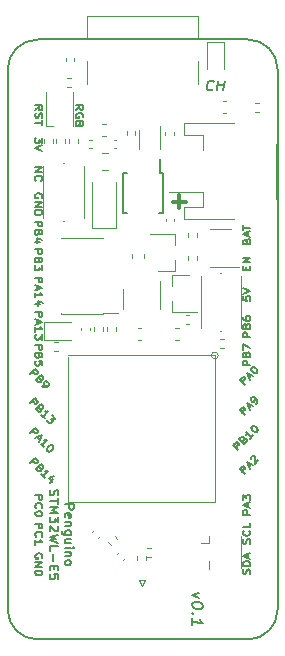
<source format=gto>
G04 #@! TF.GenerationSoftware,KiCad,Pcbnew,(5.1.8)-1*
G04 #@! TF.CreationDate,2020-12-02T12:09:07+01:00*
G04 #@! TF.ProjectId,Penguino-STM32WL-LoRa-E5,50656e67-7569-46e6-9f2d-53544d333257,0.1*
G04 #@! TF.SameCoordinates,PX8198450PY59a5380*
G04 #@! TF.FileFunction,Legend,Top*
G04 #@! TF.FilePolarity,Positive*
%FSLAX46Y46*%
G04 Gerber Fmt 4.6, Leading zero omitted, Abs format (unit mm)*
G04 Created by KiCad (PCBNEW (5.1.8)-1) date 2020-12-02 12:09:07*
%MOMM*%
%LPD*%
G01*
G04 APERTURE LIST*
%ADD10C,0.180000*%
%ADD11C,0.150000*%
%ADD12C,0.200000*%
%ADD13C,0.300000*%
G04 #@! TA.AperFunction,Profile*
%ADD14C,0.150000*%
G04 #@! TD*
%ADD15C,0.120000*%
G04 APERTURE END LIST*
D10*
X-6576786Y-13947619D02*
X-5826786Y-13947619D01*
X-5826786Y-14252380D01*
X-5862500Y-14328571D01*
X-5898215Y-14366666D01*
X-5969643Y-14404761D01*
X-6076786Y-14404761D01*
X-6148215Y-14366666D01*
X-6183929Y-14328571D01*
X-6219643Y-14252380D01*
X-6219643Y-13947619D01*
X-6541072Y-15052380D02*
X-6576786Y-14976190D01*
X-6576786Y-14823809D01*
X-6541072Y-14747619D01*
X-6469643Y-14709523D01*
X-6183929Y-14709523D01*
X-6112500Y-14747619D01*
X-6076786Y-14823809D01*
X-6076786Y-14976190D01*
X-6112500Y-15052380D01*
X-6183929Y-15090476D01*
X-6255358Y-15090476D01*
X-6326786Y-14709523D01*
X-6076786Y-15433333D02*
X-6576786Y-15433333D01*
X-6148215Y-15433333D02*
X-6112500Y-15471428D01*
X-6076786Y-15547619D01*
X-6076786Y-15661904D01*
X-6112500Y-15738095D01*
X-6183929Y-15776190D01*
X-6576786Y-15776190D01*
X-6076786Y-16500000D02*
X-6683929Y-16500000D01*
X-6755358Y-16461904D01*
X-6791072Y-16423809D01*
X-6826786Y-16347619D01*
X-6826786Y-16233333D01*
X-6791072Y-16157142D01*
X-6541072Y-16500000D02*
X-6576786Y-16423809D01*
X-6576786Y-16271428D01*
X-6541072Y-16195238D01*
X-6505358Y-16157142D01*
X-6433929Y-16119047D01*
X-6219643Y-16119047D01*
X-6148215Y-16157142D01*
X-6112500Y-16195238D01*
X-6076786Y-16271428D01*
X-6076786Y-16423809D01*
X-6112500Y-16500000D01*
X-6076786Y-17223809D02*
X-6576786Y-17223809D01*
X-6076786Y-16880952D02*
X-6469643Y-16880952D01*
X-6541072Y-16919047D01*
X-6576786Y-16995238D01*
X-6576786Y-17109523D01*
X-6541072Y-17185714D01*
X-6505358Y-17223809D01*
X-6576786Y-17604761D02*
X-6076786Y-17604761D01*
X-5826786Y-17604761D02*
X-5862500Y-17566666D01*
X-5898215Y-17604761D01*
X-5862500Y-17642857D01*
X-5826786Y-17604761D01*
X-5898215Y-17604761D01*
X-6076786Y-17985714D02*
X-6576786Y-17985714D01*
X-6148215Y-17985714D02*
X-6112500Y-18023809D01*
X-6076786Y-18100000D01*
X-6076786Y-18214285D01*
X-6112500Y-18290476D01*
X-6183929Y-18328571D01*
X-6576786Y-18328571D01*
X-6576786Y-18823809D02*
X-6541072Y-18747619D01*
X-6505358Y-18709523D01*
X-6433929Y-18671428D01*
X-6219643Y-18671428D01*
X-6148215Y-18709523D01*
X-6112500Y-18747619D01*
X-6076786Y-18823809D01*
X-6076786Y-18938095D01*
X-6112500Y-19014285D01*
X-6148215Y-19052380D01*
X-6219643Y-19090476D01*
X-6433929Y-19090476D01*
X-6505358Y-19052380D01*
X-6541072Y-19014285D01*
X-6576786Y-18938095D01*
X-6576786Y-18823809D01*
X-7846072Y-12728571D02*
X-7881786Y-12842857D01*
X-7881786Y-13033333D01*
X-7846072Y-13109523D01*
X-7810358Y-13147619D01*
X-7738929Y-13185714D01*
X-7667500Y-13185714D01*
X-7596072Y-13147619D01*
X-7560358Y-13109523D01*
X-7524643Y-13033333D01*
X-7488929Y-12880952D01*
X-7453215Y-12804761D01*
X-7417500Y-12766666D01*
X-7346072Y-12728571D01*
X-7274643Y-12728571D01*
X-7203215Y-12766666D01*
X-7167500Y-12804761D01*
X-7131786Y-12880952D01*
X-7131786Y-13071428D01*
X-7167500Y-13185714D01*
X-7131786Y-13414285D02*
X-7131786Y-13871428D01*
X-7881786Y-13642857D02*
X-7131786Y-13642857D01*
X-7881786Y-14138095D02*
X-7131786Y-14138095D01*
X-7667500Y-14404761D01*
X-7131786Y-14671428D01*
X-7881786Y-14671428D01*
X-7131786Y-14976190D02*
X-7131786Y-15471428D01*
X-7417500Y-15204761D01*
X-7417500Y-15319047D01*
X-7453215Y-15395238D01*
X-7488929Y-15433333D01*
X-7560358Y-15471428D01*
X-7738929Y-15471428D01*
X-7810358Y-15433333D01*
X-7846072Y-15395238D01*
X-7881786Y-15319047D01*
X-7881786Y-15090476D01*
X-7846072Y-15014285D01*
X-7810358Y-14976190D01*
X-7203215Y-15776190D02*
X-7167500Y-15814285D01*
X-7131786Y-15890476D01*
X-7131786Y-16080952D01*
X-7167500Y-16157142D01*
X-7203215Y-16195238D01*
X-7274643Y-16233333D01*
X-7346072Y-16233333D01*
X-7453215Y-16195238D01*
X-7881786Y-15738095D01*
X-7881786Y-16233333D01*
X-7131786Y-16500000D02*
X-7881786Y-16690476D01*
X-7346072Y-16842857D01*
X-7881786Y-16995238D01*
X-7131786Y-17185714D01*
X-7881786Y-17871428D02*
X-7881786Y-17490476D01*
X-7131786Y-17490476D01*
X-7596072Y-18138095D02*
X-7596072Y-18747619D01*
X-7488929Y-19128571D02*
X-7488929Y-19395238D01*
X-7881786Y-19509523D02*
X-7881786Y-19128571D01*
X-7131786Y-19128571D01*
X-7131786Y-19509523D01*
X-7131786Y-20233333D02*
X-7131786Y-19852380D01*
X-7488929Y-19814285D01*
X-7453215Y-19852380D01*
X-7417500Y-19928571D01*
X-7417500Y-20119047D01*
X-7453215Y-20195238D01*
X-7488929Y-20233333D01*
X-7560358Y-20271428D01*
X-7738929Y-20271428D01*
X-7810358Y-20233333D01*
X-7846072Y-20195238D01*
X-7881786Y-20119047D01*
X-7881786Y-19928571D01*
X-7846072Y-19852380D01*
X-7810358Y-19814285D01*
D11*
X-5661429Y19483334D02*
X-5375715Y19716667D01*
X-5661429Y19883334D02*
X-5061429Y19883334D01*
X-5061429Y19616667D01*
X-5090000Y19550000D01*
X-5118572Y19516667D01*
X-5175715Y19483334D01*
X-5261429Y19483334D01*
X-5318572Y19516667D01*
X-5347143Y19550000D01*
X-5375715Y19616667D01*
X-5375715Y19883334D01*
X-5090000Y18816667D02*
X-5061429Y18883334D01*
X-5061429Y18983334D01*
X-5090000Y19083334D01*
X-5147143Y19150000D01*
X-5204286Y19183334D01*
X-5318572Y19216667D01*
X-5404286Y19216667D01*
X-5518572Y19183334D01*
X-5575715Y19150000D01*
X-5632858Y19083334D01*
X-5661429Y18983334D01*
X-5661429Y18916667D01*
X-5632858Y18816667D01*
X-5604286Y18783334D01*
X-5404286Y18783334D01*
X-5404286Y18916667D01*
X-5347143Y18250000D02*
X-5375715Y18150000D01*
X-5404286Y18116667D01*
X-5461429Y18083334D01*
X-5547143Y18083334D01*
X-5604286Y18116667D01*
X-5632858Y18150000D01*
X-5661429Y18216667D01*
X-5661429Y18483334D01*
X-5061429Y18483334D01*
X-5061429Y18250000D01*
X-5090000Y18183334D01*
X-5118572Y18150000D01*
X-5175715Y18116667D01*
X-5232858Y18116667D01*
X-5290000Y18150000D01*
X-5318572Y18183334D01*
X-5347143Y18250000D01*
X-5347143Y18483334D01*
D12*
X5940178Y21214286D02*
X5892559Y21176191D01*
X5759226Y21138096D01*
X5673511Y21138096D01*
X5549702Y21176191D01*
X5473511Y21252381D01*
X5440178Y21328572D01*
X5416369Y21480953D01*
X5430654Y21595239D01*
X5492559Y21747620D01*
X5544940Y21823810D01*
X5640178Y21900000D01*
X5773511Y21938096D01*
X5859226Y21938096D01*
X5983035Y21900000D01*
X6021130Y21861905D01*
X6316369Y21138096D02*
X6416369Y21938096D01*
X6368750Y21557143D02*
X6883035Y21557143D01*
X6830654Y21138096D02*
X6930654Y21938096D01*
D13*
X2538571Y11692858D02*
X3681428Y11692858D01*
X3110000Y11121429D02*
X3110000Y12264286D01*
D11*
X9052857Y-19825000D02*
X9081428Y-19725000D01*
X9081428Y-19558333D01*
X9052857Y-19491666D01*
X9024285Y-19458333D01*
X8967142Y-19425000D01*
X8910000Y-19425000D01*
X8852857Y-19458333D01*
X8824285Y-19491666D01*
X8795714Y-19558333D01*
X8767142Y-19691666D01*
X8738571Y-19758333D01*
X8710000Y-19791666D01*
X8652857Y-19825000D01*
X8595714Y-19825000D01*
X8538571Y-19791666D01*
X8510000Y-19758333D01*
X8481428Y-19691666D01*
X8481428Y-19525000D01*
X8510000Y-19425000D01*
X9081428Y-19125000D02*
X8481428Y-19125000D01*
X8481428Y-18958333D01*
X8510000Y-18858333D01*
X8567142Y-18791666D01*
X8624285Y-18758333D01*
X8738571Y-18725000D01*
X8824285Y-18725000D01*
X8938571Y-18758333D01*
X8995714Y-18791666D01*
X9052857Y-18858333D01*
X9081428Y-18958333D01*
X9081428Y-19125000D01*
X8910000Y-18458333D02*
X8910000Y-18125000D01*
X9081428Y-18525000D02*
X8481428Y-18291666D01*
X9081428Y-18058333D01*
X9052857Y-17258333D02*
X9081428Y-17158333D01*
X9081428Y-16991666D01*
X9052857Y-16925000D01*
X9024285Y-16891666D01*
X8967142Y-16858333D01*
X8910000Y-16858333D01*
X8852857Y-16891666D01*
X8824285Y-16925000D01*
X8795714Y-16991666D01*
X8767142Y-17125000D01*
X8738571Y-17191666D01*
X8710000Y-17225000D01*
X8652857Y-17258333D01*
X8595714Y-17258333D01*
X8538571Y-17225000D01*
X8510000Y-17191666D01*
X8481428Y-17125000D01*
X8481428Y-16958333D01*
X8510000Y-16858333D01*
X9024285Y-16158333D02*
X9052857Y-16191666D01*
X9081428Y-16291666D01*
X9081428Y-16358333D01*
X9052857Y-16458333D01*
X8995714Y-16525000D01*
X8938571Y-16558333D01*
X8824285Y-16591666D01*
X8738571Y-16591666D01*
X8624285Y-16558333D01*
X8567142Y-16525000D01*
X8510000Y-16458333D01*
X8481428Y-16358333D01*
X8481428Y-16291666D01*
X8510000Y-16191666D01*
X8538571Y-16158333D01*
X9081428Y-15525000D02*
X9081428Y-15858333D01*
X8481428Y-15858333D01*
X9106428Y-14816666D02*
X8506428Y-14816666D01*
X8506428Y-14550000D01*
X8535000Y-14483333D01*
X8563571Y-14450000D01*
X8620714Y-14416666D01*
X8706428Y-14416666D01*
X8763571Y-14450000D01*
X8792142Y-14483333D01*
X8820714Y-14550000D01*
X8820714Y-14816666D01*
X8935000Y-14150000D02*
X8935000Y-13816666D01*
X9106428Y-14216666D02*
X8506428Y-13983333D01*
X9106428Y-13750000D01*
X8506428Y-13583333D02*
X8506428Y-13150000D01*
X8735000Y-13383333D01*
X8735000Y-13283333D01*
X8763571Y-13216666D01*
X8792142Y-13183333D01*
X8849285Y-13150000D01*
X8992142Y-13150000D01*
X9049285Y-13183333D01*
X9077857Y-13216666D01*
X9106428Y-13283333D01*
X9106428Y-13483333D01*
X9077857Y-13550000D01*
X9049285Y-13583333D01*
X8624458Y-11369399D02*
X8200194Y-10945135D01*
X8388756Y-10756573D01*
X8456099Y-10729636D01*
X8499872Y-10726269D01*
X8563849Y-10743104D01*
X8624458Y-10803714D01*
X8641294Y-10867690D01*
X8637927Y-10911463D01*
X8610989Y-10978807D01*
X8422427Y-11167369D01*
X8974644Y-10776776D02*
X9210346Y-10541074D01*
X9048722Y-10945135D02*
X8789450Y-10355879D01*
X9378705Y-10615152D01*
X9136269Y-10089872D02*
X9139636Y-10046099D01*
X9166573Y-9978756D01*
X9284424Y-9860905D01*
X9351768Y-9833967D01*
X9395541Y-9830600D01*
X9459517Y-9847436D01*
X9499923Y-9887842D01*
X9536962Y-9972021D01*
X9496556Y-10497301D01*
X9802969Y-10190888D01*
X8103400Y-9340457D02*
X7679136Y-8916193D01*
X7867698Y-8727631D01*
X7935042Y-8700693D01*
X7978815Y-8697326D01*
X8042791Y-8714162D01*
X8103400Y-8774771D01*
X8120236Y-8838748D01*
X8116869Y-8882521D01*
X8089932Y-8949864D01*
X7901370Y-9138426D01*
X8541133Y-8458257D02*
X8632047Y-8407749D01*
X8675820Y-8404382D01*
X8739796Y-8421218D01*
X8800406Y-8481827D01*
X8817241Y-8545803D01*
X8813874Y-8589577D01*
X8786937Y-8656920D01*
X8598375Y-8845482D01*
X8174111Y-8421218D01*
X8339103Y-8256226D01*
X8406446Y-8229289D01*
X8450219Y-8225922D01*
X8514196Y-8242758D01*
X8554602Y-8283164D01*
X8571438Y-8347140D01*
X8568071Y-8390913D01*
X8541133Y-8458257D01*
X8376142Y-8623248D01*
X9352622Y-8091235D02*
X9069780Y-8374077D01*
X9211201Y-8232656D02*
X8786937Y-7808392D01*
X8800406Y-7916142D01*
X8793671Y-8003688D01*
X8766734Y-8071032D01*
X9234771Y-7360558D02*
X9281912Y-7313417D01*
X9349255Y-7286480D01*
X9393028Y-7283113D01*
X9457005Y-7299948D01*
X9561387Y-7357190D01*
X9662402Y-7458206D01*
X9719644Y-7562588D01*
X9736480Y-7626564D01*
X9733113Y-7670338D01*
X9706176Y-7737681D01*
X9659035Y-7784822D01*
X9591692Y-7811759D01*
X9547918Y-7815126D01*
X9483942Y-7798290D01*
X9379560Y-7741048D01*
X9278544Y-7640033D01*
X9221302Y-7535651D01*
X9204467Y-7471674D01*
X9207834Y-7427901D01*
X9234771Y-7360558D01*
X8624458Y-6369399D02*
X8200194Y-5945135D01*
X8388756Y-5756573D01*
X8456099Y-5729636D01*
X8499872Y-5726269D01*
X8563849Y-5743104D01*
X8624458Y-5803714D01*
X8641294Y-5867690D01*
X8637927Y-5911463D01*
X8610989Y-5978807D01*
X8422427Y-6167369D01*
X8974644Y-5776776D02*
X9210346Y-5541074D01*
X9048722Y-5945135D02*
X8789450Y-5355879D01*
X9378705Y-5615152D01*
X9567267Y-5426590D02*
X9661548Y-5332309D01*
X9688485Y-5264966D01*
X9691852Y-5221192D01*
X9678384Y-5113443D01*
X9621142Y-5009060D01*
X9459517Y-4847436D01*
X9395541Y-4830600D01*
X9351768Y-4833967D01*
X9284424Y-4860905D01*
X9190143Y-4955185D01*
X9163206Y-5022529D01*
X9159839Y-5066302D01*
X9176675Y-5130279D01*
X9277690Y-5231294D01*
X9341666Y-5248130D01*
X9385440Y-5244763D01*
X9452783Y-5217825D01*
X9547064Y-5123544D01*
X9574001Y-5056201D01*
X9577369Y-5012427D01*
X9560533Y-4948451D01*
X-9086429Y-13155547D02*
X-8486429Y-13155547D01*
X-8486429Y-13422214D01*
X-8515000Y-13488880D01*
X-8543572Y-13522214D01*
X-8600715Y-13555547D01*
X-8686429Y-13555547D01*
X-8743572Y-13522214D01*
X-8772143Y-13488880D01*
X-8800715Y-13422214D01*
X-8800715Y-13155547D01*
X-9029286Y-14255547D02*
X-9057858Y-14222214D01*
X-9086429Y-14122214D01*
X-9086429Y-14055547D01*
X-9057858Y-13955547D01*
X-9000715Y-13888880D01*
X-8943572Y-13855547D01*
X-8829286Y-13822214D01*
X-8743572Y-13822214D01*
X-8629286Y-13855547D01*
X-8572143Y-13888880D01*
X-8515000Y-13955547D01*
X-8486429Y-14055547D01*
X-8486429Y-14122214D01*
X-8515000Y-14222214D01*
X-8543572Y-14255547D01*
X-8486429Y-14688880D02*
X-8486429Y-14755547D01*
X-8515000Y-14822214D01*
X-8543572Y-14855547D01*
X-8600715Y-14888880D01*
X-8715000Y-14922214D01*
X-8857858Y-14922214D01*
X-8972143Y-14888880D01*
X-9029286Y-14855547D01*
X-9057858Y-14822214D01*
X-9086429Y-14755547D01*
X-9086429Y-14688880D01*
X-9057858Y-14622214D01*
X-9029286Y-14588880D01*
X-8972143Y-14555547D01*
X-8857858Y-14522214D01*
X-8715000Y-14522214D01*
X-8600715Y-14555547D01*
X-8543572Y-14588880D01*
X-8515000Y-14622214D01*
X-8486429Y-14688880D01*
X-9086429Y-15577769D02*
X-8486429Y-15577769D01*
X-8486429Y-15844436D01*
X-8515000Y-15911102D01*
X-8543572Y-15944436D01*
X-8600715Y-15977769D01*
X-8686429Y-15977769D01*
X-8743572Y-15944436D01*
X-8772143Y-15911102D01*
X-8800715Y-15844436D01*
X-8800715Y-15577769D01*
X-9029286Y-16677769D02*
X-9057858Y-16644436D01*
X-9086429Y-16544436D01*
X-9086429Y-16477769D01*
X-9057858Y-16377769D01*
X-9000715Y-16311102D01*
X-8943572Y-16277769D01*
X-8829286Y-16244436D01*
X-8743572Y-16244436D01*
X-8629286Y-16277769D01*
X-8572143Y-16311102D01*
X-8515000Y-16377769D01*
X-8486429Y-16477769D01*
X-8486429Y-16544436D01*
X-8515000Y-16644436D01*
X-8543572Y-16677769D01*
X-9086429Y-17344436D02*
X-9086429Y-16944436D01*
X-9086429Y-17144436D02*
X-8486429Y-17144436D01*
X-8572143Y-17077769D01*
X-8629286Y-17011102D01*
X-8657858Y-16944436D01*
X-9086429Y-433333D02*
X-8486429Y-433333D01*
X-8486429Y-700000D01*
X-8515000Y-766666D01*
X-8543572Y-800000D01*
X-8600715Y-833333D01*
X-8686429Y-833333D01*
X-8743572Y-800000D01*
X-8772143Y-766666D01*
X-8800715Y-700000D01*
X-8800715Y-433333D01*
X-8772143Y-1366666D02*
X-8800715Y-1466666D01*
X-8829286Y-1500000D01*
X-8886429Y-1533333D01*
X-8972143Y-1533333D01*
X-9029286Y-1500000D01*
X-9057858Y-1466666D01*
X-9086429Y-1400000D01*
X-9086429Y-1133333D01*
X-8486429Y-1133333D01*
X-8486429Y-1366666D01*
X-8515000Y-1433333D01*
X-8543572Y-1466666D01*
X-8600715Y-1500000D01*
X-8657858Y-1500000D01*
X-8715000Y-1466666D01*
X-8743572Y-1433333D01*
X-8772143Y-1366666D01*
X-8772143Y-1133333D01*
X-8486429Y-2166666D02*
X-8486429Y-1833333D01*
X-8772143Y-1800000D01*
X-8743572Y-1833333D01*
X-8715000Y-1900000D01*
X-8715000Y-2066666D01*
X-8743572Y-2133333D01*
X-8772143Y-2166666D01*
X-8829286Y-2200000D01*
X-8972143Y-2200000D01*
X-9029286Y-2166666D01*
X-9057858Y-2133333D01*
X-9086429Y-2066666D01*
X-9086429Y-1900000D01*
X-9057858Y-1833333D01*
X-9029286Y-1800000D01*
X8506428Y3666667D02*
X8506428Y3333334D01*
X8792142Y3300000D01*
X8763571Y3333334D01*
X8735000Y3400000D01*
X8735000Y3566667D01*
X8763571Y3633334D01*
X8792142Y3666667D01*
X8849285Y3700000D01*
X8992142Y3700000D01*
X9049285Y3666667D01*
X9077857Y3633334D01*
X9106428Y3566667D01*
X9106428Y3400000D01*
X9077857Y3333334D01*
X9049285Y3300000D01*
X8506428Y3900000D02*
X9106428Y4133334D01*
X8506428Y4366667D01*
X8767142Y5908334D02*
X8767142Y6141667D01*
X9081428Y6241667D02*
X9081428Y5908334D01*
X8481428Y5908334D01*
X8481428Y6241667D01*
X9081428Y6541667D02*
X8481428Y6541667D01*
X9081428Y6941667D01*
X8481428Y6941667D01*
X8792142Y8333334D02*
X8820714Y8433334D01*
X8849285Y8466667D01*
X8906428Y8500000D01*
X8992142Y8500000D01*
X9049285Y8466667D01*
X9077857Y8433334D01*
X9106428Y8366667D01*
X9106428Y8100000D01*
X8506428Y8100000D01*
X8506428Y8333334D01*
X8535000Y8400000D01*
X8563571Y8433334D01*
X8620714Y8466667D01*
X8677857Y8466667D01*
X8735000Y8433334D01*
X8763571Y8400000D01*
X8792142Y8333334D01*
X8792142Y8100000D01*
X8935000Y8766667D02*
X8935000Y9100000D01*
X9106428Y8700000D02*
X8506428Y8933334D01*
X9106428Y9166667D01*
X8506428Y9300000D02*
X8506428Y9700000D01*
X9106428Y9500000D02*
X8506428Y9500000D01*
X-9111429Y9991667D02*
X-8511429Y9991667D01*
X-8511429Y9725000D01*
X-8540000Y9658334D01*
X-8568572Y9625000D01*
X-8625715Y9591667D01*
X-8711429Y9591667D01*
X-8768572Y9625000D01*
X-8797143Y9658334D01*
X-8825715Y9725000D01*
X-8825715Y9991667D01*
X-8797143Y9058334D02*
X-8825715Y8958334D01*
X-8854286Y8925000D01*
X-8911429Y8891667D01*
X-8997143Y8891667D01*
X-9054286Y8925000D01*
X-9082858Y8958334D01*
X-9111429Y9025000D01*
X-9111429Y9291667D01*
X-8511429Y9291667D01*
X-8511429Y9058334D01*
X-8540000Y8991667D01*
X-8568572Y8958334D01*
X-8625715Y8925000D01*
X-8682858Y8925000D01*
X-8740000Y8958334D01*
X-8768572Y8991667D01*
X-8797143Y9058334D01*
X-8797143Y9291667D01*
X-8711429Y8291667D02*
X-9111429Y8291667D01*
X-8482858Y8458334D02*
X-8911429Y8625000D01*
X-8911429Y8191667D01*
X-9111429Y7641667D02*
X-8511429Y7641667D01*
X-8511429Y7375000D01*
X-8540000Y7308334D01*
X-8568572Y7275000D01*
X-8625715Y7241667D01*
X-8711429Y7241667D01*
X-8768572Y7275000D01*
X-8797143Y7308334D01*
X-8825715Y7375000D01*
X-8825715Y7641667D01*
X-8797143Y6708334D02*
X-8825715Y6608334D01*
X-8854286Y6575000D01*
X-8911429Y6541667D01*
X-8997143Y6541667D01*
X-9054286Y6575000D01*
X-9082858Y6608334D01*
X-9111429Y6675000D01*
X-9111429Y6941667D01*
X-8511429Y6941667D01*
X-8511429Y6708334D01*
X-8540000Y6641667D01*
X-8568572Y6608334D01*
X-8625715Y6575000D01*
X-8682858Y6575000D01*
X-8740000Y6608334D01*
X-8768572Y6641667D01*
X-8797143Y6708334D01*
X-8797143Y6941667D01*
X-8511429Y6308334D02*
X-8511429Y5875000D01*
X-8740000Y6108334D01*
X-8740000Y6008334D01*
X-8768572Y5941667D01*
X-8797143Y5908334D01*
X-8854286Y5875000D01*
X-8997143Y5875000D01*
X-9054286Y5908334D01*
X-9082858Y5941667D01*
X-9111429Y6008334D01*
X-9111429Y6208334D01*
X-9082858Y6275000D01*
X-9054286Y6308334D01*
X-9086429Y5250000D02*
X-8486429Y5250000D01*
X-8486429Y4983334D01*
X-8515000Y4916667D01*
X-8543572Y4883334D01*
X-8600715Y4850000D01*
X-8686429Y4850000D01*
X-8743572Y4883334D01*
X-8772143Y4916667D01*
X-8800715Y4983334D01*
X-8800715Y5250000D01*
X-8915000Y4583334D02*
X-8915000Y4250000D01*
X-9086429Y4650000D02*
X-8486429Y4416667D01*
X-9086429Y4183334D01*
X-9086429Y3583334D02*
X-9086429Y3983334D01*
X-9086429Y3783334D02*
X-8486429Y3783334D01*
X-8572143Y3850000D01*
X-8629286Y3916667D01*
X-8657858Y3983334D01*
X-8686429Y2983334D02*
X-9086429Y2983334D01*
X-8457858Y3150000D02*
X-8886429Y3316667D01*
X-8886429Y2883334D01*
X-9086429Y2350000D02*
X-8486429Y2350000D01*
X-8486429Y2083334D01*
X-8515000Y2016667D01*
X-8543572Y1983334D01*
X-8600715Y1950000D01*
X-8686429Y1950000D01*
X-8743572Y1983334D01*
X-8772143Y2016667D01*
X-8800715Y2083334D01*
X-8800715Y2350000D01*
X-8915000Y1683334D02*
X-8915000Y1350000D01*
X-9086429Y1750000D02*
X-8486429Y1516667D01*
X-9086429Y1283334D01*
X-9086429Y683334D02*
X-9086429Y1083334D01*
X-9086429Y883334D02*
X-8486429Y883334D01*
X-8572143Y950000D01*
X-8629286Y1016667D01*
X-8657858Y1083334D01*
X-8486429Y450000D02*
X-8486429Y16667D01*
X-8715000Y250000D01*
X-8715000Y150000D01*
X-8743572Y83334D01*
X-8772143Y50000D01*
X-8829286Y16667D01*
X-8972143Y16667D01*
X-9029286Y50000D01*
X-9057858Y83334D01*
X-9086429Y150000D01*
X-9086429Y350000D01*
X-9057858Y416667D01*
X-9029286Y450000D01*
X8624458Y-3819399D02*
X8200194Y-3395135D01*
X8388756Y-3206573D01*
X8456099Y-3179636D01*
X8499872Y-3176269D01*
X8563849Y-3193104D01*
X8624458Y-3253714D01*
X8641294Y-3317690D01*
X8637927Y-3361463D01*
X8610989Y-3428807D01*
X8422427Y-3617369D01*
X8974644Y-3226776D02*
X9210346Y-2991074D01*
X9048722Y-3395135D02*
X8789450Y-2805879D01*
X9378705Y-3065152D01*
X9213714Y-2381615D02*
X9260854Y-2334475D01*
X9328198Y-2307537D01*
X9371971Y-2304170D01*
X9435947Y-2321006D01*
X9540330Y-2378248D01*
X9641345Y-2479263D01*
X9698587Y-2583646D01*
X9715423Y-2647622D01*
X9712056Y-2691395D01*
X9685118Y-2758739D01*
X9637978Y-2805879D01*
X9570634Y-2832817D01*
X9526861Y-2836184D01*
X9462885Y-2819348D01*
X9358502Y-2762106D01*
X9257487Y-2661091D01*
X9200245Y-2556708D01*
X9183409Y-2492732D01*
X9186776Y-2448959D01*
X9213714Y-2381615D01*
X-9544755Y-2904103D02*
X-9120491Y-2479839D01*
X-8931929Y-2668400D01*
X-8904992Y-2735744D01*
X-8901625Y-2779517D01*
X-8918461Y-2843493D01*
X-8979070Y-2904103D01*
X-9043046Y-2920938D01*
X-9086820Y-2917571D01*
X-9154163Y-2890634D01*
X-9342725Y-2702072D01*
X-8662555Y-3341835D02*
X-8612048Y-3432749D01*
X-8608681Y-3476522D01*
X-8625517Y-3540499D01*
X-8686126Y-3601108D01*
X-8750102Y-3617944D01*
X-8793875Y-3614577D01*
X-8861219Y-3587639D01*
X-9049781Y-3399077D01*
X-8625517Y-2974813D01*
X-8460525Y-3139805D01*
X-8433588Y-3207148D01*
X-8430220Y-3250922D01*
X-8447056Y-3314898D01*
X-8487462Y-3355304D01*
X-8551439Y-3372140D01*
X-8595212Y-3368773D01*
X-8662555Y-3341835D01*
X-8827547Y-3176844D01*
X-8531236Y-3917622D02*
X-8436955Y-4011903D01*
X-8369611Y-4038841D01*
X-8325838Y-4042208D01*
X-8218088Y-4028739D01*
X-8113706Y-3971497D01*
X-7952082Y-3809873D01*
X-7935246Y-3745896D01*
X-7938613Y-3702123D01*
X-7965550Y-3634780D01*
X-8059831Y-3540499D01*
X-8127175Y-3513561D01*
X-8170948Y-3510194D01*
X-8234924Y-3527030D01*
X-8335939Y-3628045D01*
X-8352775Y-3692022D01*
X-8349408Y-3735795D01*
X-8322471Y-3803138D01*
X-8228190Y-3897419D01*
X-8160846Y-3924357D01*
X-8117073Y-3927724D01*
X-8053097Y-3910888D01*
X-9544756Y-5393400D02*
X-9120492Y-4969136D01*
X-8931930Y-5157698D01*
X-8904992Y-5225042D01*
X-8901625Y-5268815D01*
X-8918461Y-5332791D01*
X-8979070Y-5393400D01*
X-9043047Y-5410236D01*
X-9086820Y-5406869D01*
X-9154163Y-5379932D01*
X-9342725Y-5191370D01*
X-8662556Y-5831133D02*
X-8612048Y-5922047D01*
X-8608681Y-5965820D01*
X-8625517Y-6029796D01*
X-8686126Y-6090406D01*
X-8750102Y-6107241D01*
X-8793876Y-6103874D01*
X-8861219Y-6076937D01*
X-9049781Y-5888375D01*
X-8625517Y-5464111D01*
X-8460525Y-5629103D01*
X-8433588Y-5696446D01*
X-8430221Y-5740219D01*
X-8447057Y-5804196D01*
X-8487463Y-5844602D01*
X-8551439Y-5861438D01*
X-8595212Y-5858071D01*
X-8662556Y-5831133D01*
X-8827547Y-5666142D01*
X-8295534Y-6642622D02*
X-8578376Y-6359780D01*
X-8436955Y-6501201D02*
X-8012691Y-6076937D01*
X-8120441Y-6090406D01*
X-8207987Y-6083671D01*
X-8275331Y-6056734D01*
X-7706278Y-6383350D02*
X-7399865Y-6689763D01*
X-7726481Y-6686396D01*
X-7655770Y-6757106D01*
X-7628833Y-6824450D01*
X-7625466Y-6868223D01*
X-7642302Y-6932199D01*
X-7743317Y-7033215D01*
X-7807293Y-7050051D01*
X-7851067Y-7046683D01*
X-7918410Y-7019746D01*
X-8059831Y-6878325D01*
X-8086769Y-6810981D01*
X-8090136Y-6767208D01*
X-9544755Y-7903756D02*
X-9120491Y-7479492D01*
X-8931929Y-7668053D01*
X-8904992Y-7735397D01*
X-8901625Y-7779170D01*
X-8918461Y-7843147D01*
X-8979070Y-7903756D01*
X-9043046Y-7920592D01*
X-9086819Y-7917224D01*
X-9154163Y-7890287D01*
X-9342725Y-7701725D01*
X-8952132Y-8253942D02*
X-8716430Y-8489644D01*
X-9120491Y-8328020D02*
X-8531236Y-8068747D01*
X-8790508Y-8658003D01*
X-8366244Y-9082267D02*
X-8649087Y-8799424D01*
X-8507665Y-8940846D02*
X-8083401Y-8516582D01*
X-8191151Y-8530050D01*
X-8278697Y-8523316D01*
X-8346041Y-8496379D01*
X-7635567Y-8964416D02*
X-7588427Y-9011556D01*
X-7561489Y-9078900D01*
X-7558122Y-9122673D01*
X-7574958Y-9186649D01*
X-7632200Y-9291032D01*
X-7733215Y-9392047D01*
X-7837597Y-9449289D01*
X-7901574Y-9466125D01*
X-7945347Y-9462758D01*
X-8012691Y-9435820D01*
X-8059831Y-9388680D01*
X-8086768Y-9321336D01*
X-8090136Y-9277563D01*
X-8073300Y-9213587D01*
X-8016058Y-9109204D01*
X-7915043Y-9008189D01*
X-7810660Y-8950947D01*
X-7746684Y-8934111D01*
X-7702910Y-8937478D01*
X-7635567Y-8964416D01*
X-9544756Y-10443400D02*
X-9120492Y-10019136D01*
X-8931930Y-10207698D01*
X-8904992Y-10275042D01*
X-8901625Y-10318815D01*
X-8918461Y-10382791D01*
X-8979070Y-10443400D01*
X-9043047Y-10460236D01*
X-9086820Y-10456869D01*
X-9154163Y-10429932D01*
X-9342725Y-10241370D01*
X-8662556Y-10881133D02*
X-8612048Y-10972047D01*
X-8608681Y-11015820D01*
X-8625517Y-11079796D01*
X-8686126Y-11140406D01*
X-8750102Y-11157241D01*
X-8793876Y-11153874D01*
X-8861219Y-11126937D01*
X-9049781Y-10938375D01*
X-8625517Y-10514111D01*
X-8460525Y-10679103D01*
X-8433588Y-10746446D01*
X-8430221Y-10790219D01*
X-8447057Y-10854196D01*
X-8487463Y-10894602D01*
X-8551439Y-10911438D01*
X-8595212Y-10908071D01*
X-8662556Y-10881133D01*
X-8827547Y-10716142D01*
X-8295534Y-11692622D02*
X-8578376Y-11409780D01*
X-8436955Y-11551201D02*
X-8012691Y-11126937D01*
X-8120441Y-11140406D01*
X-8207987Y-11133671D01*
X-8275331Y-11106734D01*
X-7588427Y-11834044D02*
X-7871270Y-12116886D01*
X-7544654Y-11554568D02*
X-7965550Y-11739763D01*
X-7659138Y-12046176D01*
X9081428Y-2166666D02*
X8481428Y-2166666D01*
X8481428Y-1900000D01*
X8510000Y-1833333D01*
X8538571Y-1800000D01*
X8595714Y-1766666D01*
X8681428Y-1766666D01*
X8738571Y-1800000D01*
X8767142Y-1833333D01*
X8795714Y-1900000D01*
X8795714Y-2166666D01*
X8767142Y-1233333D02*
X8795714Y-1133333D01*
X8824285Y-1100000D01*
X8881428Y-1066666D01*
X8967142Y-1066666D01*
X9024285Y-1100000D01*
X9052857Y-1133333D01*
X9081428Y-1200000D01*
X9081428Y-1466666D01*
X8481428Y-1466666D01*
X8481428Y-1233333D01*
X8510000Y-1166666D01*
X8538571Y-1133333D01*
X8595714Y-1100000D01*
X8652857Y-1100000D01*
X8710000Y-1133333D01*
X8738571Y-1166666D01*
X8767142Y-1233333D01*
X8767142Y-1466666D01*
X8481428Y-833333D02*
X8481428Y-366666D01*
X9081428Y-666666D01*
X9081428Y233334D02*
X8481428Y233334D01*
X8481428Y500000D01*
X8510000Y566667D01*
X8538571Y600000D01*
X8595714Y633334D01*
X8681428Y633334D01*
X8738571Y600000D01*
X8767142Y566667D01*
X8795714Y500000D01*
X8795714Y233334D01*
X8767142Y1166667D02*
X8795714Y1266667D01*
X8824285Y1300000D01*
X8881428Y1333334D01*
X8967142Y1333334D01*
X9024285Y1300000D01*
X9052857Y1266667D01*
X9081428Y1200000D01*
X9081428Y933334D01*
X8481428Y933334D01*
X8481428Y1166667D01*
X8510000Y1233334D01*
X8538571Y1266667D01*
X8595714Y1300000D01*
X8652857Y1300000D01*
X8710000Y1266667D01*
X8738571Y1233334D01*
X8767142Y1166667D01*
X8767142Y933334D01*
X8481428Y1933334D02*
X8481428Y1800000D01*
X8510000Y1733334D01*
X8538571Y1700000D01*
X8624285Y1633334D01*
X8738571Y1600000D01*
X8967142Y1600000D01*
X9024285Y1633334D01*
X9052857Y1666667D01*
X9081428Y1733334D01*
X9081428Y1866667D01*
X9052857Y1933334D01*
X9024285Y1966667D01*
X8967142Y2000000D01*
X8824285Y2000000D01*
X8767142Y1966667D01*
X8738571Y1933334D01*
X8710000Y1866667D01*
X8710000Y1733334D01*
X8738571Y1666667D01*
X8767142Y1633334D01*
X8824285Y1600000D01*
X-8515000Y-18491666D02*
X-8486429Y-18425000D01*
X-8486429Y-18325000D01*
X-8515000Y-18225000D01*
X-8572143Y-18158333D01*
X-8629286Y-18125000D01*
X-8743572Y-18091666D01*
X-8829286Y-18091666D01*
X-8943572Y-18125000D01*
X-9000715Y-18158333D01*
X-9057858Y-18225000D01*
X-9086429Y-18325000D01*
X-9086429Y-18391666D01*
X-9057858Y-18491666D01*
X-9029286Y-18525000D01*
X-8829286Y-18525000D01*
X-8829286Y-18391666D01*
X-9086429Y-18825000D02*
X-8486429Y-18825000D01*
X-9086429Y-19225000D01*
X-8486429Y-19225000D01*
X-9086429Y-19558333D02*
X-8486429Y-19558333D01*
X-8486429Y-19725000D01*
X-8515000Y-19825000D01*
X-8572143Y-19891666D01*
X-8629286Y-19925000D01*
X-8743572Y-19958333D01*
X-8829286Y-19958333D01*
X-8943572Y-19925000D01*
X-9000715Y-19891666D01*
X-9057858Y-19825000D01*
X-9086429Y-19725000D01*
X-9086429Y-19558333D01*
X-8565000Y12008334D02*
X-8536429Y12075000D01*
X-8536429Y12175000D01*
X-8565000Y12275000D01*
X-8622143Y12341667D01*
X-8679286Y12375000D01*
X-8793572Y12408334D01*
X-8879286Y12408334D01*
X-8993572Y12375000D01*
X-9050715Y12341667D01*
X-9107858Y12275000D01*
X-9136429Y12175000D01*
X-9136429Y12108334D01*
X-9107858Y12008334D01*
X-9079286Y11975000D01*
X-8879286Y11975000D01*
X-8879286Y12108334D01*
X-9136429Y11675000D02*
X-8536429Y11675000D01*
X-9136429Y11275000D01*
X-8536429Y11275000D01*
X-9136429Y10941667D02*
X-8536429Y10941667D01*
X-8536429Y10775000D01*
X-8565000Y10675000D01*
X-8622143Y10608334D01*
X-8679286Y10575000D01*
X-8793572Y10541667D01*
X-8879286Y10541667D01*
X-8993572Y10575000D01*
X-9050715Y10608334D01*
X-9107858Y10675000D01*
X-9136429Y10775000D01*
X-9136429Y10941667D01*
X-9111429Y14600000D02*
X-8511429Y14600000D01*
X-9111429Y14200000D01*
X-8511429Y14200000D01*
X-9054286Y13466667D02*
X-9082858Y13500000D01*
X-9111429Y13600000D01*
X-9111429Y13666667D01*
X-9082858Y13766667D01*
X-9025715Y13833334D01*
X-8968572Y13866667D01*
X-8854286Y13900000D01*
X-8768572Y13900000D01*
X-8654286Y13866667D01*
X-8597143Y13833334D01*
X-8540000Y13766667D01*
X-8511429Y13666667D01*
X-8511429Y13600000D01*
X-8540000Y13500000D01*
X-8568572Y13466667D01*
X-8511429Y17083334D02*
X-8511429Y16650000D01*
X-8740000Y16883334D01*
X-8740000Y16783334D01*
X-8768572Y16716667D01*
X-8797143Y16683334D01*
X-8854286Y16650000D01*
X-8997143Y16650000D01*
X-9054286Y16683334D01*
X-9082858Y16716667D01*
X-9111429Y16783334D01*
X-9111429Y16983334D01*
X-9082858Y17050000D01*
X-9054286Y17083334D01*
X-8511429Y16450000D02*
X-9111429Y16216667D01*
X-8511429Y15983334D01*
D12*
X4802857Y-21426160D02*
X4202857Y-21589255D01*
X4802857Y-21902351D01*
X5102857Y-22511279D02*
X5102857Y-22606517D01*
X5060000Y-22696398D01*
X5017142Y-22738660D01*
X4931428Y-22775565D01*
X4760000Y-22801755D01*
X4545714Y-22774970D01*
X4374285Y-22705922D01*
X4288571Y-22647589D01*
X4245714Y-22594613D01*
X4202857Y-22494017D01*
X4202857Y-22398779D01*
X4245714Y-22308898D01*
X4288571Y-22266636D01*
X4374285Y-22229732D01*
X4545714Y-22203541D01*
X4760000Y-22230327D01*
X4931428Y-22299375D01*
X5017142Y-22357708D01*
X5060000Y-22410684D01*
X5102857Y-22511279D01*
X4288571Y-23171398D02*
X4245714Y-23213660D01*
X4202857Y-23160684D01*
X4245714Y-23118422D01*
X4288571Y-23171398D01*
X4202857Y-23160684D01*
X4202857Y-24160684D02*
X4202857Y-23589255D01*
X4202857Y-23874970D02*
X5102857Y-23987470D01*
X4974285Y-23876160D01*
X4888571Y-23770208D01*
X4845714Y-23669613D01*
D11*
X-9086429Y19433334D02*
X-8800715Y19666667D01*
X-9086429Y19833334D02*
X-8486429Y19833334D01*
X-8486429Y19566667D01*
X-8515000Y19500000D01*
X-8543572Y19466667D01*
X-8600715Y19433334D01*
X-8686429Y19433334D01*
X-8743572Y19466667D01*
X-8772143Y19500000D01*
X-8800715Y19566667D01*
X-8800715Y19833334D01*
X-9057858Y19166667D02*
X-9086429Y19066667D01*
X-9086429Y18900000D01*
X-9057858Y18833334D01*
X-9029286Y18800000D01*
X-8972143Y18766667D01*
X-8915000Y18766667D01*
X-8857858Y18800000D01*
X-8829286Y18833334D01*
X-8800715Y18900000D01*
X-8772143Y19033334D01*
X-8743572Y19100000D01*
X-8715000Y19133334D01*
X-8657858Y19166667D01*
X-8600715Y19166667D01*
X-8543572Y19133334D01*
X-8515000Y19100000D01*
X-8486429Y19033334D01*
X-8486429Y18866667D01*
X-8515000Y18766667D01*
X-8486429Y18566667D02*
X-8486429Y18166667D01*
X-9086429Y18366667D02*
X-8486429Y18366667D01*
D14*
X-8890000Y-25380000D02*
G75*
G02*
X-11430000Y-22840000I0J2540000D01*
G01*
X11430000Y-22840000D02*
G75*
G02*
X8890000Y-25380000I-2540000J0D01*
G01*
X8890000Y25420000D02*
G75*
G02*
X11430000Y22880000I0J-2540000D01*
G01*
X-11430000Y22880000D02*
G75*
G02*
X-8890000Y25420000I2540000J0D01*
G01*
X-11430000Y-22840000D02*
X-11430000Y22880000D01*
X8890000Y-25380000D02*
X-8890000Y-25380000D01*
X11430000Y22880000D02*
X11430000Y-22840000D01*
X-8890000Y25420000D02*
X8890000Y25420000D01*
D15*
X4710000Y25510000D02*
X4710000Y27410000D01*
X4710000Y21610000D02*
X4710000Y23610000D01*
X-4690000Y25510000D02*
X-4690000Y27410000D01*
X-4690000Y21610000D02*
X-4690000Y23610000D01*
X4710000Y27410000D02*
X-4690000Y27410000D01*
X3805000Y9003641D02*
X3805000Y8696359D01*
X4565000Y9003641D02*
X4565000Y8696359D01*
X6769420Y20210000D02*
X7050580Y20210000D01*
X6769420Y19190000D02*
X7050580Y19190000D01*
X120000Y7240580D02*
X120000Y6959420D01*
X-900000Y7240580D02*
X-900000Y6959420D01*
X-124420Y1010000D02*
X-405580Y1010000D01*
X-124420Y-10000D02*
X-405580Y-10000D01*
X6885000Y22912500D02*
X6885000Y25197500D01*
X6885000Y25197500D02*
X5415000Y25197500D01*
X5415000Y25197500D02*
X5415000Y22912500D01*
X-5865000Y18070000D02*
X-5865000Y20970000D01*
X-8165000Y18070000D02*
X-8165000Y20970000D01*
X-7565000Y18070000D02*
X-8165000Y18070000D01*
X-8325000Y15000D02*
X-6040000Y15000D01*
X-8325000Y1485000D02*
X-8325000Y15000D01*
X-6040000Y1485000D02*
X-8325000Y1485000D01*
X-3448578Y14390000D02*
X-2931422Y14390000D01*
X-3448578Y15810000D02*
X-2931422Y15810000D01*
X-3114721Y18260000D02*
X-3440279Y18260000D01*
X-3114721Y17240000D02*
X-3440279Y17240000D01*
X11320000Y11930000D02*
X11320000Y16610000D01*
X5100000Y17310000D02*
X5100000Y16030000D01*
X3500000Y17310000D02*
X5100000Y17310000D01*
X3500000Y18330000D02*
X3500000Y17310000D01*
X7750000Y18330000D02*
X3500000Y18330000D01*
X5100000Y12510000D02*
X2210000Y12510000D01*
X5100000Y11230000D02*
X5100000Y12510000D01*
X3500000Y11230000D02*
X5100000Y11230000D01*
X3500000Y10210000D02*
X3500000Y11230000D01*
X7750000Y10210000D02*
X3500000Y10210000D01*
X5575000Y-16600000D02*
X5575000Y-17240000D01*
X5575000Y-19400000D02*
X5575000Y-18760000D01*
X5575000Y-17240000D02*
X4945000Y-17240000D01*
X8295000Y-16650000D02*
X8295000Y-19350000D01*
X-87500Y-20820000D02*
X162500Y-20320000D01*
X162500Y-20320000D02*
X-337500Y-20320000D01*
X-337500Y-20320000D02*
X-87500Y-20820000D01*
X2770000Y5820000D02*
X1310000Y5820000D01*
X2770000Y8980000D02*
X610000Y8980000D01*
X2770000Y8980000D02*
X2770000Y8050000D01*
X2770000Y5820000D02*
X2770000Y6750000D01*
X3805000Y6786359D02*
X3805000Y7093641D01*
X4565000Y6786359D02*
X4565000Y7093641D01*
X-6378641Y22117000D02*
X-6071359Y22117000D01*
X-6378641Y21357000D02*
X-6071359Y21357000D01*
X9546360Y20080000D02*
X9853642Y20080000D01*
X9546360Y19320000D02*
X9853642Y19320000D01*
X-7320000Y16963641D02*
X-7320000Y16656359D01*
X-6560000Y16963641D02*
X-6560000Y16656359D01*
X-5510000Y16953641D02*
X-5510000Y16646359D01*
X-6270000Y16953641D02*
X-6270000Y16646359D01*
X-8370000Y16953641D02*
X-8370000Y16646359D01*
X-7610000Y16953641D02*
X-7610000Y16646359D01*
X-7503641Y-170000D02*
X-7196359Y-170000D01*
X-7503641Y-930000D02*
X-7196359Y-930000D01*
X6556359Y80000D02*
X6863641Y80000D01*
X6556359Y-680000D02*
X6863641Y-680000D01*
X292500Y-18653641D02*
X292500Y-18346359D01*
X-467500Y-18653641D02*
X-467500Y-18346359D01*
X-3007000Y1058641D02*
X-3007000Y751359D01*
X-2247000Y1058641D02*
X-2247000Y751359D01*
X-3347000Y747360D02*
X-3347000Y1054642D01*
X-4107000Y747360D02*
X-4107000Y1054642D01*
X356359Y-18380000D02*
X663641Y-18380000D01*
X356359Y-17620000D02*
X663641Y-17620000D01*
X-2700060Y-17377341D02*
X-2917341Y-17160060D01*
X-2162659Y-16839940D02*
X-2379940Y-16622659D01*
X-6750000Y10090000D02*
X-6650000Y10090000D01*
X-8400000Y14700000D02*
X-8400000Y10300000D01*
X-4980000Y10300000D02*
X-4980000Y14700000D01*
X-6740000Y14920000D02*
X-6640000Y14920000D01*
X6660000Y780000D02*
X6560000Y780000D01*
X4900000Y5400000D02*
X4900000Y1000000D01*
X8320000Y1000000D02*
X8320000Y5400000D01*
X6670000Y5610000D02*
X6570000Y5610000D01*
X7510000Y9410000D02*
X5710000Y9410000D01*
X5710000Y6190000D02*
X8160000Y6190000D01*
X2450000Y5480000D02*
X2450000Y4550000D01*
X2450000Y2320000D02*
X2450000Y3250000D01*
X2450000Y2320000D02*
X4610000Y2320000D01*
X2450000Y5480000D02*
X3910000Y5480000D01*
D11*
X1460000Y14075000D02*
X1460000Y15300000D01*
X-1665000Y14075000D02*
X-1665000Y10725000D01*
X1685000Y14075000D02*
X1685000Y10725000D01*
X-1665000Y14075000D02*
X-1365000Y14075000D01*
X-1665000Y10725000D02*
X-1365000Y10725000D01*
X1685000Y10725000D02*
X1385000Y10725000D01*
X1685000Y14075000D02*
X1460000Y14075000D01*
D15*
X-5182500Y1010836D02*
X-5182500Y795164D01*
X-4462500Y1010836D02*
X-4462500Y795164D01*
X1445000Y2570000D02*
X1445000Y5000000D01*
X-1625000Y4330000D02*
X-1625000Y2570000D01*
X2670000Y10042164D02*
X2670000Y10257836D01*
X1950000Y10042164D02*
X1950000Y10257836D01*
X-5799500Y23826336D02*
X-5799500Y23610664D01*
X-6519500Y23826336D02*
X-6519500Y23610664D01*
X-2467836Y16190000D02*
X-2252164Y16190000D01*
X-2467836Y16910000D02*
X-2252164Y16910000D01*
X-4332164Y16190000D02*
X-4547836Y16190000D01*
X-4332164Y16910000D02*
X-4547836Y16910000D01*
X3702164Y1340000D02*
X3917836Y1340000D01*
X3702164Y2060000D02*
X3917836Y2060000D01*
X3050580Y1010000D02*
X2769420Y1010000D01*
X3050580Y-10000D02*
X2769420Y-10000D01*
X-4098307Y-16119190D02*
X-4250810Y-16271693D01*
X-3589190Y-16628307D02*
X-3741693Y-16780810D01*
X-1489190Y-18498307D02*
X-1641693Y-18650810D01*
X-1998307Y-17989190D02*
X-2150810Y-18141693D01*
X6395343Y-1327000D02*
G75*
G03*
X6395343Y-1327000I-282843J0D01*
G01*
X6112500Y-1327000D02*
X-6287500Y-1327000D01*
X6112500Y-13727000D02*
X6112500Y-1327000D01*
X-6287500Y-13727000D02*
X6112500Y-13727000D01*
X-6287500Y-1427000D02*
X-6287500Y-13727000D01*
X-6905000Y8570000D02*
X-6905000Y8635000D01*
X-3375000Y8570000D02*
X-3375000Y8635000D01*
X-6905000Y2165000D02*
X-6905000Y2230000D01*
X-3375000Y2165000D02*
X-3375000Y2230000D01*
X-2050000Y2230000D02*
X-3375000Y2230000D01*
X-3375000Y8635000D02*
X-6905000Y8635000D01*
X-3375000Y2165000D02*
X-6905000Y2165000D01*
X-4290000Y9450000D02*
X-2290000Y9450000D01*
X-2290000Y9450000D02*
X-2290000Y13350000D01*
X-4290000Y9450000D02*
X-4290000Y13350000D01*
X1905000Y17321359D02*
X1905000Y17628641D01*
X2665000Y17321359D02*
X2665000Y17628641D01*
X-610000Y17346359D02*
X-610000Y17653641D01*
X-1370000Y17346359D02*
X-1370000Y17653641D01*
X1480000Y16180000D02*
X1480000Y18080000D01*
X-320000Y17780000D02*
X-320000Y16180000D01*
M02*

</source>
